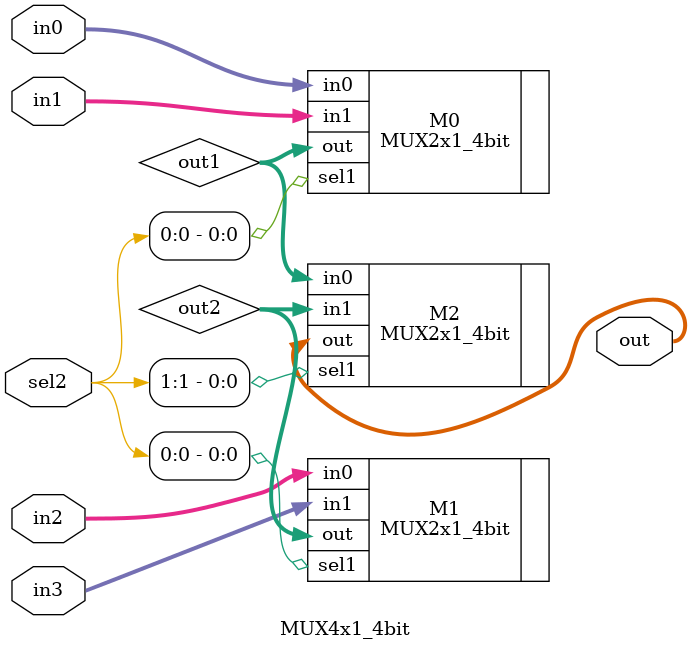
<source format=sv>
`timescale 1ns / 1ps


module MUX4x1_4bit(input [1:0] sel2, 
              input [3:0] in0,in1,in2,in3,
              output reg [3:0] out
    );
    
wire [3:0] out1, out2;
MUX2x1_4bit M0(.sel1(sel2[0]), .in0(in0), .in1(in1), .out(out1));
MUX2x1_4bit M1(.sel1(sel2[0]), .in0(in2), .in1(in3), .out(out2));

MUX2x1_4bit M2(.sel1(sel2[1]), .in0(out1), .in1(out2), .out(out));

endmodule

</source>
